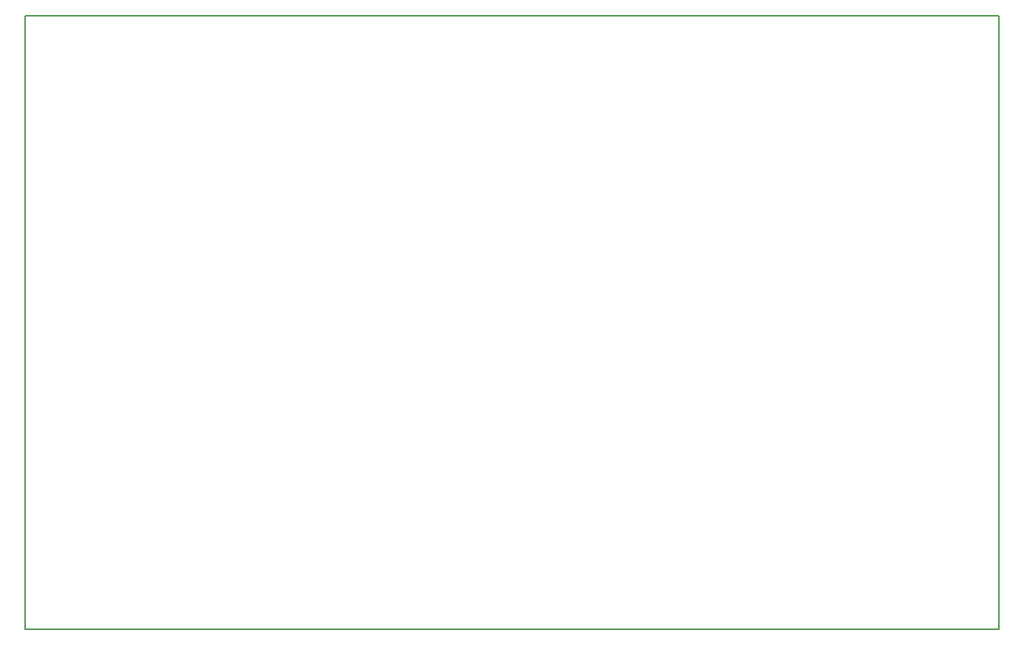
<source format=gbr>
G04 #@! TF.FileFunction,Profile,NP*
%FSLAX46Y46*%
G04 Gerber Fmt 4.6, Leading zero omitted, Abs format (unit mm)*
G04 Created by KiCad (PCBNEW 4.0.7) date 05/09/18 21:29:34*
%MOMM*%
%LPD*%
G01*
G04 APERTURE LIST*
%ADD10C,0.100000*%
%ADD11C,0.150000*%
G04 APERTURE END LIST*
D10*
D11*
X173990000Y-113030000D02*
X144780000Y-113030000D01*
X173990000Y-40640000D02*
X173990000Y-113030000D01*
X59055000Y-40640000D02*
X173990000Y-40640000D01*
X59055000Y-40640000D02*
X59055000Y-113030000D01*
X59690000Y-113030000D02*
X59055000Y-113030000D01*
X60960000Y-113030000D02*
X59690000Y-113030000D01*
X144780000Y-113030000D02*
X60960000Y-113030000D01*
M02*

</source>
